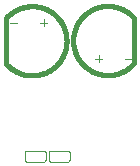
<source format=gbo>
G75*
%MOIN*%
%OFA0B0*%
%FSLAX25Y25*%
%IPPOS*%
%LPD*%
%AMOC8*
5,1,8,0,0,1.08239X$1,22.5*
%
%ADD10C,0.00300*%
%ADD11C,0.01600*%
%ADD12C,0.00400*%
D10*
X0010600Y0013350D02*
X0010600Y0015850D01*
X0010602Y0015894D01*
X0010608Y0015937D01*
X0010617Y0015979D01*
X0010630Y0016021D01*
X0010647Y0016061D01*
X0010667Y0016100D01*
X0010690Y0016137D01*
X0010717Y0016171D01*
X0010746Y0016204D01*
X0010779Y0016233D01*
X0010813Y0016260D01*
X0010850Y0016283D01*
X0010889Y0016303D01*
X0010929Y0016320D01*
X0010971Y0016333D01*
X0011013Y0016342D01*
X0011056Y0016348D01*
X0011100Y0016350D01*
X0017100Y0016350D01*
X0017144Y0016348D01*
X0017187Y0016342D01*
X0017229Y0016333D01*
X0017271Y0016320D01*
X0017311Y0016303D01*
X0017350Y0016283D01*
X0017387Y0016260D01*
X0017421Y0016233D01*
X0017454Y0016204D01*
X0017483Y0016171D01*
X0017510Y0016137D01*
X0017533Y0016100D01*
X0017553Y0016061D01*
X0017570Y0016021D01*
X0017583Y0015979D01*
X0017592Y0015937D01*
X0017598Y0015894D01*
X0017600Y0015850D01*
X0017600Y0013350D01*
X0017598Y0013306D01*
X0017592Y0013263D01*
X0017583Y0013221D01*
X0017570Y0013179D01*
X0017553Y0013139D01*
X0017533Y0013100D01*
X0017510Y0013063D01*
X0017483Y0013029D01*
X0017454Y0012996D01*
X0017421Y0012967D01*
X0017387Y0012940D01*
X0017350Y0012917D01*
X0017311Y0012897D01*
X0017271Y0012880D01*
X0017229Y0012867D01*
X0017187Y0012858D01*
X0017144Y0012852D01*
X0017100Y0012850D01*
X0011100Y0012850D01*
X0011056Y0012852D01*
X0011013Y0012858D01*
X0010971Y0012867D01*
X0010929Y0012880D01*
X0010889Y0012897D01*
X0010850Y0012917D01*
X0010813Y0012940D01*
X0010779Y0012967D01*
X0010746Y0012996D01*
X0010717Y0013029D01*
X0010690Y0013063D01*
X0010667Y0013100D01*
X0010647Y0013139D01*
X0010630Y0013179D01*
X0010617Y0013221D01*
X0010608Y0013263D01*
X0010602Y0013306D01*
X0010600Y0013350D01*
X0018600Y0013350D02*
X0018600Y0015850D01*
X0018602Y0015894D01*
X0018608Y0015937D01*
X0018617Y0015979D01*
X0018630Y0016021D01*
X0018647Y0016061D01*
X0018667Y0016100D01*
X0018690Y0016137D01*
X0018717Y0016171D01*
X0018746Y0016204D01*
X0018779Y0016233D01*
X0018813Y0016260D01*
X0018850Y0016283D01*
X0018889Y0016303D01*
X0018929Y0016320D01*
X0018971Y0016333D01*
X0019013Y0016342D01*
X0019056Y0016348D01*
X0019100Y0016350D01*
X0025100Y0016350D01*
X0025144Y0016348D01*
X0025187Y0016342D01*
X0025229Y0016333D01*
X0025271Y0016320D01*
X0025311Y0016303D01*
X0025350Y0016283D01*
X0025387Y0016260D01*
X0025421Y0016233D01*
X0025454Y0016204D01*
X0025483Y0016171D01*
X0025510Y0016137D01*
X0025533Y0016100D01*
X0025553Y0016061D01*
X0025570Y0016021D01*
X0025583Y0015979D01*
X0025592Y0015937D01*
X0025598Y0015894D01*
X0025600Y0015850D01*
X0025600Y0013350D01*
X0025598Y0013306D01*
X0025592Y0013263D01*
X0025583Y0013221D01*
X0025570Y0013179D01*
X0025553Y0013139D01*
X0025533Y0013100D01*
X0025510Y0013063D01*
X0025483Y0013029D01*
X0025454Y0012996D01*
X0025421Y0012967D01*
X0025387Y0012940D01*
X0025350Y0012917D01*
X0025311Y0012897D01*
X0025271Y0012880D01*
X0025229Y0012867D01*
X0025187Y0012858D01*
X0025144Y0012852D01*
X0025100Y0012850D01*
X0019100Y0012850D01*
X0019056Y0012852D01*
X0019013Y0012858D01*
X0018971Y0012867D01*
X0018929Y0012880D01*
X0018889Y0012897D01*
X0018850Y0012917D01*
X0018813Y0012940D01*
X0018779Y0012967D01*
X0018746Y0012996D01*
X0018717Y0013029D01*
X0018690Y0013063D01*
X0018667Y0013100D01*
X0018647Y0013139D01*
X0018630Y0013179D01*
X0018617Y0013221D01*
X0018608Y0013263D01*
X0018602Y0013306D01*
X0018600Y0013350D01*
D11*
X0004333Y0045600D02*
X0004333Y0060600D01*
X0004519Y0060812D01*
X0004711Y0061019D01*
X0004907Y0061221D01*
X0005108Y0061418D01*
X0005313Y0061611D01*
X0005524Y0061798D01*
X0005739Y0061981D01*
X0005958Y0062157D01*
X0006182Y0062329D01*
X0006409Y0062495D01*
X0006641Y0062655D01*
X0006877Y0062810D01*
X0007116Y0062959D01*
X0007359Y0063102D01*
X0007605Y0063239D01*
X0007854Y0063370D01*
X0008107Y0063494D01*
X0008363Y0063613D01*
X0008621Y0063725D01*
X0008882Y0063831D01*
X0009146Y0063931D01*
X0009412Y0064024D01*
X0009680Y0064110D01*
X0009950Y0064190D01*
X0010222Y0064263D01*
X0010496Y0064330D01*
X0010771Y0064390D01*
X0011048Y0064443D01*
X0011326Y0064489D01*
X0011605Y0064529D01*
X0011885Y0064562D01*
X0012166Y0064587D01*
X0012447Y0064606D01*
X0012728Y0064619D01*
X0013010Y0064624D01*
X0013292Y0064622D01*
X0013573Y0064614D01*
X0013855Y0064598D01*
X0014136Y0064576D01*
X0014416Y0064547D01*
X0014695Y0064511D01*
X0014974Y0064468D01*
X0015251Y0064418D01*
X0015527Y0064362D01*
X0015802Y0064299D01*
X0016075Y0064229D01*
X0016346Y0064152D01*
X0016615Y0064069D01*
X0016882Y0063980D01*
X0017147Y0063884D01*
X0017410Y0063781D01*
X0017670Y0063672D01*
X0017927Y0063557D01*
X0018181Y0063435D01*
X0018432Y0063307D01*
X0018680Y0063174D01*
X0018925Y0063034D01*
X0019166Y0062888D01*
X0019403Y0062736D01*
X0019637Y0062579D01*
X0019867Y0062416D01*
X0020092Y0062247D01*
X0020314Y0062073D01*
X0020531Y0061894D01*
X0020744Y0061709D01*
X0020952Y0061519D01*
X0021156Y0061324D01*
X0021354Y0061124D01*
X0021548Y0060920D01*
X0021737Y0060710D01*
X0021920Y0060496D01*
X0022098Y0060278D01*
X0022271Y0060056D01*
X0022439Y0059829D01*
X0022600Y0059598D01*
X0022756Y0059363D01*
X0022907Y0059125D01*
X0023051Y0058883D01*
X0023189Y0058638D01*
X0023322Y0058389D01*
X0023448Y0058137D01*
X0023568Y0057882D01*
X0023682Y0057624D01*
X0023789Y0057364D01*
X0023890Y0057101D01*
X0023985Y0056835D01*
X0024073Y0056568D01*
X0024154Y0056298D01*
X0024229Y0056026D01*
X0024297Y0055753D01*
X0024359Y0055478D01*
X0024414Y0055202D01*
X0024462Y0054924D01*
X0024503Y0054645D01*
X0024537Y0054365D01*
X0024565Y0054085D01*
X0024585Y0053804D01*
X0024599Y0053523D01*
X0024606Y0053241D01*
X0024606Y0052959D01*
X0024599Y0052677D01*
X0024585Y0052396D01*
X0024565Y0052115D01*
X0024537Y0051835D01*
X0024503Y0051555D01*
X0024462Y0051276D01*
X0024414Y0050998D01*
X0024359Y0050722D01*
X0024297Y0050447D01*
X0024229Y0050174D01*
X0024154Y0049902D01*
X0024073Y0049632D01*
X0023985Y0049365D01*
X0023890Y0049099D01*
X0023789Y0048836D01*
X0023682Y0048576D01*
X0023568Y0048318D01*
X0023448Y0048063D01*
X0023322Y0047811D01*
X0023189Y0047562D01*
X0023051Y0047317D01*
X0022907Y0047075D01*
X0022756Y0046837D01*
X0022600Y0046602D01*
X0022439Y0046371D01*
X0022271Y0046144D01*
X0022098Y0045922D01*
X0021920Y0045704D01*
X0021737Y0045490D01*
X0021548Y0045280D01*
X0021354Y0045076D01*
X0021156Y0044876D01*
X0020952Y0044681D01*
X0020744Y0044491D01*
X0020531Y0044306D01*
X0020314Y0044127D01*
X0020092Y0043953D01*
X0019867Y0043784D01*
X0019637Y0043621D01*
X0019403Y0043464D01*
X0019166Y0043312D01*
X0018925Y0043166D01*
X0018680Y0043026D01*
X0018432Y0042893D01*
X0018181Y0042765D01*
X0017927Y0042643D01*
X0017670Y0042528D01*
X0017410Y0042419D01*
X0017147Y0042316D01*
X0016882Y0042220D01*
X0016615Y0042131D01*
X0016346Y0042048D01*
X0016075Y0041971D01*
X0015802Y0041901D01*
X0015527Y0041838D01*
X0015251Y0041782D01*
X0014974Y0041732D01*
X0014695Y0041689D01*
X0014416Y0041653D01*
X0014136Y0041624D01*
X0013855Y0041602D01*
X0013573Y0041586D01*
X0013292Y0041578D01*
X0013010Y0041576D01*
X0012728Y0041581D01*
X0012447Y0041594D01*
X0012166Y0041613D01*
X0011885Y0041638D01*
X0011605Y0041671D01*
X0011326Y0041711D01*
X0011048Y0041757D01*
X0010771Y0041810D01*
X0010496Y0041870D01*
X0010222Y0041937D01*
X0009950Y0042010D01*
X0009680Y0042090D01*
X0009412Y0042176D01*
X0009146Y0042269D01*
X0008882Y0042369D01*
X0008621Y0042475D01*
X0008363Y0042587D01*
X0008107Y0042706D01*
X0007854Y0042830D01*
X0007605Y0042961D01*
X0007359Y0043098D01*
X0007116Y0043241D01*
X0006877Y0043390D01*
X0006641Y0043545D01*
X0006409Y0043705D01*
X0006182Y0043871D01*
X0005958Y0044043D01*
X0005739Y0044219D01*
X0005524Y0044402D01*
X0005313Y0044589D01*
X0005108Y0044782D01*
X0004907Y0044979D01*
X0004711Y0045181D01*
X0004519Y0045388D01*
X0004333Y0045600D01*
X0047089Y0045700D02*
X0046903Y0045488D01*
X0046711Y0045281D01*
X0046515Y0045079D01*
X0046314Y0044882D01*
X0046109Y0044689D01*
X0045898Y0044502D01*
X0045683Y0044319D01*
X0045464Y0044143D01*
X0045240Y0043971D01*
X0045013Y0043805D01*
X0044781Y0043645D01*
X0044545Y0043490D01*
X0044306Y0043341D01*
X0044063Y0043198D01*
X0043817Y0043061D01*
X0043568Y0042930D01*
X0043315Y0042806D01*
X0043059Y0042687D01*
X0042801Y0042575D01*
X0042540Y0042469D01*
X0042276Y0042369D01*
X0042010Y0042276D01*
X0041742Y0042190D01*
X0041472Y0042110D01*
X0041200Y0042037D01*
X0040926Y0041970D01*
X0040651Y0041910D01*
X0040374Y0041857D01*
X0040096Y0041811D01*
X0039817Y0041771D01*
X0039537Y0041738D01*
X0039256Y0041713D01*
X0038975Y0041694D01*
X0038694Y0041681D01*
X0038412Y0041676D01*
X0038130Y0041678D01*
X0037849Y0041686D01*
X0037567Y0041702D01*
X0037286Y0041724D01*
X0037006Y0041753D01*
X0036727Y0041789D01*
X0036448Y0041832D01*
X0036171Y0041882D01*
X0035895Y0041938D01*
X0035620Y0042001D01*
X0035347Y0042071D01*
X0035076Y0042148D01*
X0034807Y0042231D01*
X0034540Y0042320D01*
X0034275Y0042416D01*
X0034012Y0042519D01*
X0033752Y0042628D01*
X0033495Y0042743D01*
X0033241Y0042865D01*
X0032990Y0042993D01*
X0032742Y0043126D01*
X0032497Y0043266D01*
X0032256Y0043412D01*
X0032019Y0043564D01*
X0031785Y0043721D01*
X0031555Y0043884D01*
X0031330Y0044053D01*
X0031108Y0044227D01*
X0030891Y0044406D01*
X0030678Y0044591D01*
X0030470Y0044781D01*
X0030266Y0044976D01*
X0030068Y0045176D01*
X0029874Y0045380D01*
X0029685Y0045590D01*
X0029502Y0045804D01*
X0029324Y0046022D01*
X0029151Y0046244D01*
X0028983Y0046471D01*
X0028822Y0046702D01*
X0028666Y0046937D01*
X0028515Y0047175D01*
X0028371Y0047417D01*
X0028233Y0047662D01*
X0028100Y0047911D01*
X0027974Y0048163D01*
X0027854Y0048418D01*
X0027740Y0048676D01*
X0027633Y0048936D01*
X0027532Y0049199D01*
X0027437Y0049465D01*
X0027349Y0049732D01*
X0027268Y0050002D01*
X0027193Y0050274D01*
X0027125Y0050547D01*
X0027063Y0050822D01*
X0027008Y0051098D01*
X0026960Y0051376D01*
X0026919Y0051655D01*
X0026885Y0051935D01*
X0026857Y0052215D01*
X0026837Y0052496D01*
X0026823Y0052777D01*
X0026816Y0053059D01*
X0026816Y0053341D01*
X0026823Y0053623D01*
X0026837Y0053904D01*
X0026857Y0054185D01*
X0026885Y0054465D01*
X0026919Y0054745D01*
X0026960Y0055024D01*
X0027008Y0055302D01*
X0027063Y0055578D01*
X0027125Y0055853D01*
X0027193Y0056126D01*
X0027268Y0056398D01*
X0027349Y0056668D01*
X0027437Y0056935D01*
X0027532Y0057201D01*
X0027633Y0057464D01*
X0027740Y0057724D01*
X0027854Y0057982D01*
X0027974Y0058237D01*
X0028100Y0058489D01*
X0028233Y0058738D01*
X0028371Y0058983D01*
X0028515Y0059225D01*
X0028666Y0059463D01*
X0028822Y0059698D01*
X0028983Y0059929D01*
X0029151Y0060156D01*
X0029324Y0060378D01*
X0029502Y0060596D01*
X0029685Y0060810D01*
X0029874Y0061020D01*
X0030068Y0061224D01*
X0030266Y0061424D01*
X0030470Y0061619D01*
X0030678Y0061809D01*
X0030891Y0061994D01*
X0031108Y0062173D01*
X0031330Y0062347D01*
X0031555Y0062516D01*
X0031785Y0062679D01*
X0032019Y0062836D01*
X0032256Y0062988D01*
X0032497Y0063134D01*
X0032742Y0063274D01*
X0032990Y0063407D01*
X0033241Y0063535D01*
X0033495Y0063657D01*
X0033752Y0063772D01*
X0034012Y0063881D01*
X0034275Y0063984D01*
X0034540Y0064080D01*
X0034807Y0064169D01*
X0035076Y0064252D01*
X0035347Y0064329D01*
X0035620Y0064399D01*
X0035895Y0064462D01*
X0036171Y0064518D01*
X0036448Y0064568D01*
X0036727Y0064611D01*
X0037006Y0064647D01*
X0037286Y0064676D01*
X0037567Y0064698D01*
X0037849Y0064714D01*
X0038130Y0064722D01*
X0038412Y0064724D01*
X0038694Y0064719D01*
X0038975Y0064706D01*
X0039256Y0064687D01*
X0039537Y0064662D01*
X0039817Y0064629D01*
X0040096Y0064589D01*
X0040374Y0064543D01*
X0040651Y0064490D01*
X0040926Y0064430D01*
X0041200Y0064363D01*
X0041472Y0064290D01*
X0041742Y0064210D01*
X0042010Y0064124D01*
X0042276Y0064031D01*
X0042540Y0063931D01*
X0042801Y0063825D01*
X0043059Y0063713D01*
X0043315Y0063594D01*
X0043568Y0063470D01*
X0043817Y0063339D01*
X0044063Y0063202D01*
X0044306Y0063059D01*
X0044545Y0062910D01*
X0044781Y0062755D01*
X0045013Y0062595D01*
X0045240Y0062429D01*
X0045464Y0062257D01*
X0045683Y0062081D01*
X0045898Y0061898D01*
X0046109Y0061711D01*
X0046314Y0061518D01*
X0046515Y0061321D01*
X0046711Y0061119D01*
X0046903Y0060912D01*
X0047089Y0060700D01*
X0047089Y0045700D01*
D12*
X0046572Y0047202D02*
X0044170Y0047202D01*
X0036572Y0047202D02*
X0034170Y0047202D01*
X0035371Y0048403D02*
X0035371Y0046001D01*
X0018133Y0059102D02*
X0015731Y0059102D01*
X0016932Y0060303D02*
X0016932Y0057901D01*
X0008133Y0059102D02*
X0005731Y0059102D01*
M02*

</source>
